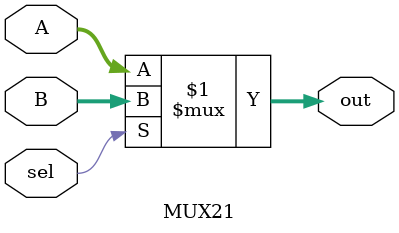
<source format=v>
module MUX21
#(parameter W=32)
(
 input [W-1:0] A,
 input [W-1:0] B,
 input sel,
 output [W-1:0] out);

	assign out = sel ? B : A;

endmodule
</source>
